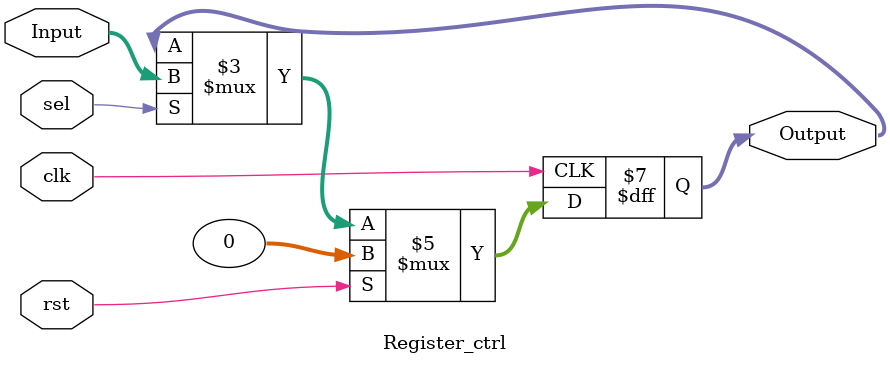
<source format=v>
module Register_ctrl(clk, rst, sel,Input, Output);
	input [31:0] Input;
	input clk, rst,sel;
	output [31:0] Output;
	reg [31:0] Output;
	always@(posedge clk)begin
		if(rst) 
			Output <= 32'b0;
		else Output <=(sel==1'b1)? Input:Output;
	end
endmodule
</source>
